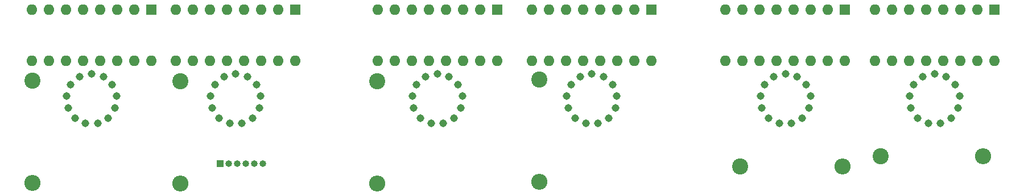
<source format=gbr>
%TF.GenerationSoftware,KiCad,Pcbnew,(6.0.6)*%
%TF.CreationDate,2023-12-25T11:13:00+01:00*%
%TF.ProjectId,nixieClockPCB,6e697869-6543-46c6-9f63-6b5043422e6b,rev?*%
%TF.SameCoordinates,Original*%
%TF.FileFunction,Soldermask,Top*%
%TF.FilePolarity,Negative*%
%FSLAX46Y46*%
G04 Gerber Fmt 4.6, Leading zero omitted, Abs format (unit mm)*
G04 Created by KiCad (PCBNEW (6.0.6)) date 2023-12-25 11:13:00*
%MOMM*%
%LPD*%
G01*
G04 APERTURE LIST*
%ADD10C,2.400000*%
%ADD11O,2.400000X2.400000*%
%ADD12O,1.000000X1.000000*%
%ADD13R,1.000000X1.000000*%
%ADD14C,1.137920*%
%ADD15R,1.600000X1.600000*%
%ADD16O,1.600000X1.600000*%
G04 APERTURE END LIST*
D10*
%TO.C,R2*%
X40650000Y-30080000D03*
D11*
X40650000Y-45320000D03*
%TD*%
D12*
%TO.C,J1*%
X52940000Y-42400000D03*
X51670000Y-42400000D03*
X50400000Y-42400000D03*
X49130000Y-42400000D03*
X47860000Y-42400000D03*
D13*
X46590000Y-42400000D03*
%TD*%
D10*
%TO.C,R3*%
X69950000Y-30080000D03*
D11*
X69950000Y-45320000D03*
%TD*%
D14*
%TO.C,N6*%
X154652929Y-29452191D03*
X151168049Y-29452191D03*
X155399689Y-35583751D03*
X149184309Y-32322391D03*
X150421289Y-35583751D03*
X152013869Y-36419411D03*
X153807109Y-36419411D03*
X149821849Y-30643451D03*
X156636669Y-32322391D03*
X155999129Y-30643451D03*
X152910489Y-29020391D03*
X156420769Y-34105471D03*
X149400209Y-34105471D03*
%TD*%
D15*
%TO.C,U5*%
X139585489Y-19474511D03*
D16*
X137045489Y-19474511D03*
X134505489Y-19474511D03*
X131965489Y-19474511D03*
X129425489Y-19474511D03*
X126885489Y-19474511D03*
X124345489Y-19474511D03*
X121805489Y-19474511D03*
X121805489Y-27094511D03*
X124345489Y-27094511D03*
X126885489Y-27094511D03*
X129425489Y-27094511D03*
X131965489Y-27094511D03*
X134505489Y-27094511D03*
X137045489Y-27094511D03*
X139585489Y-27094511D03*
%TD*%
D10*
%TO.C,R4*%
X94050000Y-29850000D03*
D11*
X94050000Y-45090000D03*
%TD*%
D14*
%TO.C,N3*%
X80652929Y-29452191D03*
X77168049Y-29452191D03*
X81399689Y-35583751D03*
X75184309Y-32322391D03*
X76421289Y-35583751D03*
X78013869Y-36419411D03*
X79807109Y-36419411D03*
X75821849Y-30643451D03*
X82636669Y-32322391D03*
X81999129Y-30643451D03*
X78910489Y-29020391D03*
X82420769Y-34105471D03*
X75400209Y-34105471D03*
%TD*%
%TO.C,N4*%
X103652929Y-29447920D03*
X100168049Y-29447920D03*
X104399689Y-35579480D03*
X98184309Y-32318120D03*
X99421289Y-35579480D03*
X101013869Y-36415140D03*
X102807109Y-36415140D03*
X98821849Y-30639180D03*
X105636669Y-32318120D03*
X104999129Y-30639180D03*
X101910489Y-29016120D03*
X105420769Y-34101200D03*
X98400209Y-34101200D03*
%TD*%
D15*
%TO.C,U4*%
X110785489Y-19470240D03*
D16*
X108245489Y-19470240D03*
X105705489Y-19470240D03*
X103165489Y-19470240D03*
X100625489Y-19470240D03*
X98085489Y-19470240D03*
X95545489Y-19470240D03*
X93005489Y-19470240D03*
X93005489Y-27090240D03*
X95545489Y-27090240D03*
X98085489Y-27090240D03*
X100625489Y-27090240D03*
X103165489Y-27090240D03*
X105705489Y-27090240D03*
X108245489Y-27090240D03*
X110785489Y-27090240D03*
%TD*%
D15*
%TO.C,U3*%
X87785489Y-19474511D03*
D16*
X85245489Y-19474511D03*
X82705489Y-19474511D03*
X80165489Y-19474511D03*
X77625489Y-19474511D03*
X75085489Y-19474511D03*
X72545489Y-19474511D03*
X70005489Y-19474511D03*
X70005489Y-27094511D03*
X72545489Y-27094511D03*
X75085489Y-27094511D03*
X77625489Y-27094511D03*
X80165489Y-27094511D03*
X82705489Y-27094511D03*
X85245489Y-27094511D03*
X87785489Y-27094511D03*
%TD*%
D15*
%TO.C,U2*%
X57785489Y-19474511D03*
D16*
X55245489Y-19474511D03*
X52705489Y-19474511D03*
X50165489Y-19474511D03*
X47625489Y-19474511D03*
X45085489Y-19474511D03*
X42545489Y-19474511D03*
X40005489Y-19474511D03*
X40005489Y-27094511D03*
X42545489Y-27094511D03*
X45085489Y-27094511D03*
X47625489Y-27094511D03*
X50165489Y-27094511D03*
X52705489Y-27094511D03*
X55245489Y-27094511D03*
X57785489Y-27094511D03*
%TD*%
D15*
%TO.C,U1*%
X36325000Y-19470240D03*
D16*
X33785000Y-19470240D03*
X31245000Y-19470240D03*
X28705000Y-19470240D03*
X26165000Y-19470240D03*
X23625000Y-19470240D03*
X21085000Y-19470240D03*
X18545000Y-19470240D03*
X18545000Y-27090240D03*
X21085000Y-27090240D03*
X23625000Y-27090240D03*
X26165000Y-27090240D03*
X28705000Y-27090240D03*
X31245000Y-27090240D03*
X33785000Y-27090240D03*
X36325000Y-27090240D03*
%TD*%
D10*
%TO.C,R1*%
X18650000Y-30050000D03*
D11*
X18650000Y-45290000D03*
%TD*%
D15*
%TO.C,U6*%
X161785489Y-19474511D03*
D16*
X159245489Y-19474511D03*
X156705489Y-19474511D03*
X154165489Y-19474511D03*
X151625489Y-19474511D03*
X149085489Y-19474511D03*
X146545489Y-19474511D03*
X144005489Y-19474511D03*
X144005489Y-27094511D03*
X146545489Y-27094511D03*
X149085489Y-27094511D03*
X151625489Y-27094511D03*
X154165489Y-27094511D03*
X156705489Y-27094511D03*
X159245489Y-27094511D03*
X161785489Y-27094511D03*
%TD*%
D14*
%TO.C,N1*%
X29192440Y-29447920D03*
X25707560Y-29447920D03*
X29939200Y-35579480D03*
X23723820Y-32318120D03*
X24960800Y-35579480D03*
X26553380Y-36415140D03*
X28346620Y-36415140D03*
X24361360Y-30639180D03*
X31176180Y-32318120D03*
X30538640Y-30639180D03*
X27450000Y-29016120D03*
X30960280Y-34101200D03*
X23939720Y-34101200D03*
%TD*%
D10*
%TO.C,R6*%
X144880000Y-41300000D03*
D11*
X160120000Y-41300000D03*
%TD*%
D10*
%TO.C,R5*%
X124000000Y-42800000D03*
D11*
X139240000Y-42800000D03*
%TD*%
D14*
%TO.C,N2*%
X50652929Y-29452191D03*
X47168049Y-29452191D03*
X51399689Y-35583751D03*
X45184309Y-32322391D03*
X46421289Y-35583751D03*
X48013869Y-36419411D03*
X49807109Y-36419411D03*
X45821849Y-30643451D03*
X52636669Y-32322391D03*
X51999129Y-30643451D03*
X48910489Y-29020391D03*
X52420769Y-34105471D03*
X45400209Y-34105471D03*
%TD*%
%TO.C,N5*%
X132452929Y-29452191D03*
X128968049Y-29452191D03*
X133199689Y-35583751D03*
X126984309Y-32322391D03*
X128221289Y-35583751D03*
X129813869Y-36419411D03*
X131607109Y-36419411D03*
X127621849Y-30643451D03*
X134436669Y-32322391D03*
X133799129Y-30643451D03*
X130710489Y-29020391D03*
X134220769Y-34105471D03*
X127200209Y-34105471D03*
%TD*%
M02*

</source>
